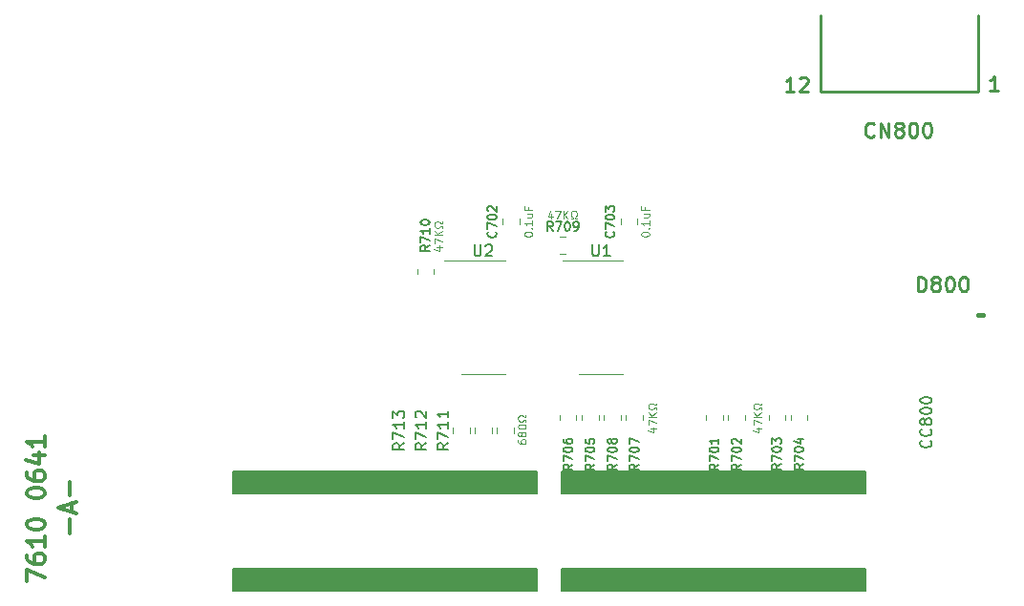
<source format=gbr>
%TF.GenerationSoftware,KiCad,Pcbnew,7.0.8*%
%TF.CreationDate,2023-11-25T20:52:03+00:00*%
%TF.ProjectId,pce-gt-controller,7063652d-6774-42d6-936f-6e74726f6c6c,rev?*%
%TF.SameCoordinates,Original*%
%TF.FileFunction,Legend,Top*%
%TF.FilePolarity,Positive*%
%FSLAX46Y46*%
G04 Gerber Fmt 4.6, Leading zero omitted, Abs format (unit mm)*
G04 Created by KiCad (PCBNEW 7.0.8) date 2023-11-25 20:52:03*
%MOMM*%
%LPD*%
G01*
G04 APERTURE LIST*
%ADD10C,0.100000*%
%ADD11C,0.150000*%
%ADD12C,0.320000*%
%ADD13C,0.260000*%
%ADD14C,0.120000*%
%ADD15C,0.250000*%
%ADD16C,0.400000*%
G04 APERTURE END LIST*
D10*
X141721966Y-68180000D02*
X142188633Y-68180000D01*
X141455300Y-68346667D02*
X141955300Y-68513333D01*
X141955300Y-68513333D02*
X141955300Y-68080000D01*
X141488633Y-67880000D02*
X141488633Y-67413333D01*
X141488633Y-67413333D02*
X142188633Y-67713333D01*
X142188633Y-67146666D02*
X141488633Y-67146666D01*
X142188633Y-66746666D02*
X141788633Y-67046666D01*
X141488633Y-66746666D02*
X141888633Y-67146666D01*
X142188633Y-66479999D02*
X142188633Y-66313333D01*
X142188633Y-66313333D02*
X142055300Y-66313333D01*
X142055300Y-66313333D02*
X142021966Y-66379999D01*
X142021966Y-66379999D02*
X141955300Y-66446666D01*
X141955300Y-66446666D02*
X141855300Y-66479999D01*
X141855300Y-66479999D02*
X141688633Y-66479999D01*
X141688633Y-66479999D02*
X141588633Y-66446666D01*
X141588633Y-66446666D02*
X141521966Y-66379999D01*
X141521966Y-66379999D02*
X141488633Y-66279999D01*
X141488633Y-66279999D02*
X141488633Y-66146666D01*
X141488633Y-66146666D02*
X141521966Y-66046666D01*
X141521966Y-66046666D02*
X141588633Y-65979999D01*
X141588633Y-65979999D02*
X141688633Y-65946666D01*
X141688633Y-65946666D02*
X141855300Y-65946666D01*
X141855300Y-65946666D02*
X141955300Y-65979999D01*
X141955300Y-65979999D02*
X142021966Y-66046666D01*
X142021966Y-66046666D02*
X142055300Y-66113333D01*
X142055300Y-66113333D02*
X142188633Y-66113333D01*
X142188633Y-66113333D02*
X142188633Y-65946666D01*
D11*
X124487545Y-72040000D02*
X151417545Y-72040000D01*
X151417545Y-73960000D01*
X124487545Y-73960000D01*
X124487545Y-72040000D01*
G36*
X124487545Y-72040000D02*
G01*
X151417545Y-72040000D01*
X151417545Y-73960000D01*
X124487545Y-73960000D01*
X124487545Y-72040000D01*
G37*
X124487545Y-80660000D02*
X151417545Y-80660000D01*
X151417545Y-82580000D01*
X124487545Y-82580000D01*
X124487545Y-80660000D01*
G36*
X124487545Y-80660000D02*
G01*
X151417545Y-80660000D01*
X151417545Y-82580000D01*
X124487545Y-82580000D01*
X124487545Y-80660000D01*
G37*
X95377545Y-80660000D02*
X122307545Y-80660000D01*
X122307545Y-82580000D01*
X95377545Y-82580000D01*
X95377545Y-80660000D01*
G36*
X95377545Y-80660000D02*
G01*
X122307545Y-80660000D01*
X122307545Y-82580000D01*
X95377545Y-82580000D01*
X95377545Y-80660000D01*
G37*
X95397545Y-72040000D02*
X122327545Y-72040000D01*
X122327545Y-73960000D01*
X95397545Y-73960000D01*
X95397545Y-72040000D01*
G36*
X95397545Y-72040000D02*
G01*
X122327545Y-72040000D01*
X122327545Y-73960000D01*
X95397545Y-73960000D01*
X95397545Y-72040000D01*
G37*
D10*
X131538633Y-50980000D02*
X131538633Y-50913333D01*
X131538633Y-50913333D02*
X131571966Y-50846666D01*
X131571966Y-50846666D02*
X131605300Y-50813333D01*
X131605300Y-50813333D02*
X131671966Y-50780000D01*
X131671966Y-50780000D02*
X131805300Y-50746666D01*
X131805300Y-50746666D02*
X131971966Y-50746666D01*
X131971966Y-50746666D02*
X132105300Y-50780000D01*
X132105300Y-50780000D02*
X132171966Y-50813333D01*
X132171966Y-50813333D02*
X132205300Y-50846666D01*
X132205300Y-50846666D02*
X132238633Y-50913333D01*
X132238633Y-50913333D02*
X132238633Y-50980000D01*
X132238633Y-50980000D02*
X132205300Y-51046666D01*
X132205300Y-51046666D02*
X132171966Y-51080000D01*
X132171966Y-51080000D02*
X132105300Y-51113333D01*
X132105300Y-51113333D02*
X131971966Y-51146666D01*
X131971966Y-51146666D02*
X131805300Y-51146666D01*
X131805300Y-51146666D02*
X131671966Y-51113333D01*
X131671966Y-51113333D02*
X131605300Y-51080000D01*
X131605300Y-51080000D02*
X131571966Y-51046666D01*
X131571966Y-51046666D02*
X131538633Y-50980000D01*
X132171966Y-50446666D02*
X132205300Y-50413333D01*
X132205300Y-50413333D02*
X132238633Y-50446666D01*
X132238633Y-50446666D02*
X132205300Y-50479999D01*
X132205300Y-50479999D02*
X132171966Y-50446666D01*
X132171966Y-50446666D02*
X132238633Y-50446666D01*
X132238633Y-49746666D02*
X132238633Y-50146666D01*
X132238633Y-49946666D02*
X131538633Y-49946666D01*
X131538633Y-49946666D02*
X131638633Y-50013333D01*
X131638633Y-50013333D02*
X131705300Y-50080000D01*
X131705300Y-50080000D02*
X131738633Y-50146666D01*
X131771966Y-49146666D02*
X132238633Y-49146666D01*
X131771966Y-49446666D02*
X132138633Y-49446666D01*
X132138633Y-49446666D02*
X132205300Y-49413333D01*
X132205300Y-49413333D02*
X132238633Y-49346666D01*
X132238633Y-49346666D02*
X132238633Y-49246666D01*
X132238633Y-49246666D02*
X132205300Y-49179999D01*
X132205300Y-49179999D02*
X132171966Y-49146666D01*
X131871966Y-48580000D02*
X131871966Y-48813333D01*
X132238633Y-48813333D02*
X131538633Y-48813333D01*
X131538633Y-48813333D02*
X131538633Y-48480000D01*
X113441966Y-52070000D02*
X113908633Y-52070000D01*
X113175300Y-52236667D02*
X113675300Y-52403333D01*
X113675300Y-52403333D02*
X113675300Y-51970000D01*
X113208633Y-51770000D02*
X113208633Y-51303333D01*
X113208633Y-51303333D02*
X113908633Y-51603333D01*
X113908633Y-51036666D02*
X113208633Y-51036666D01*
X113908633Y-50636666D02*
X113508633Y-50936666D01*
X113208633Y-50636666D02*
X113608633Y-51036666D01*
X113908633Y-50369999D02*
X113908633Y-50203333D01*
X113908633Y-50203333D02*
X113775300Y-50203333D01*
X113775300Y-50203333D02*
X113741966Y-50269999D01*
X113741966Y-50269999D02*
X113675300Y-50336666D01*
X113675300Y-50336666D02*
X113575300Y-50369999D01*
X113575300Y-50369999D02*
X113408633Y-50369999D01*
X113408633Y-50369999D02*
X113308633Y-50336666D01*
X113308633Y-50336666D02*
X113241966Y-50269999D01*
X113241966Y-50269999D02*
X113208633Y-50169999D01*
X113208633Y-50169999D02*
X113208633Y-50036666D01*
X113208633Y-50036666D02*
X113241966Y-49936666D01*
X113241966Y-49936666D02*
X113308633Y-49869999D01*
X113308633Y-49869999D02*
X113408633Y-49836666D01*
X113408633Y-49836666D02*
X113575300Y-49836666D01*
X113575300Y-49836666D02*
X113675300Y-49869999D01*
X113675300Y-49869999D02*
X113741966Y-49936666D01*
X113741966Y-49936666D02*
X113775300Y-50003333D01*
X113775300Y-50003333D02*
X113908633Y-50003333D01*
X113908633Y-50003333D02*
X113908633Y-49836666D01*
D12*
X80895571Y-77488521D02*
X80895571Y-76269474D01*
X81047952Y-75583760D02*
X81047952Y-74821855D01*
X81505095Y-75736141D02*
X79905095Y-75202807D01*
X79905095Y-75202807D02*
X81505095Y-74669474D01*
X80895571Y-74136140D02*
X80895571Y-72917093D01*
D10*
X132391966Y-68180000D02*
X132858633Y-68180000D01*
X132125300Y-68346667D02*
X132625300Y-68513333D01*
X132625300Y-68513333D02*
X132625300Y-68080000D01*
X132158633Y-67880000D02*
X132158633Y-67413333D01*
X132158633Y-67413333D02*
X132858633Y-67713333D01*
X132858633Y-67146666D02*
X132158633Y-67146666D01*
X132858633Y-66746666D02*
X132458633Y-67046666D01*
X132158633Y-66746666D02*
X132558633Y-67146666D01*
X132858633Y-66479999D02*
X132858633Y-66313333D01*
X132858633Y-66313333D02*
X132725300Y-66313333D01*
X132725300Y-66313333D02*
X132691966Y-66379999D01*
X132691966Y-66379999D02*
X132625300Y-66446666D01*
X132625300Y-66446666D02*
X132525300Y-66479999D01*
X132525300Y-66479999D02*
X132358633Y-66479999D01*
X132358633Y-66479999D02*
X132258633Y-66446666D01*
X132258633Y-66446666D02*
X132191966Y-66379999D01*
X132191966Y-66379999D02*
X132158633Y-66279999D01*
X132158633Y-66279999D02*
X132158633Y-66146666D01*
X132158633Y-66146666D02*
X132191966Y-66046666D01*
X132191966Y-66046666D02*
X132258633Y-65979999D01*
X132258633Y-65979999D02*
X132358633Y-65946666D01*
X132358633Y-65946666D02*
X132525300Y-65946666D01*
X132525300Y-65946666D02*
X132625300Y-65979999D01*
X132625300Y-65979999D02*
X132691966Y-66046666D01*
X132691966Y-66046666D02*
X132725300Y-66113333D01*
X132725300Y-66113333D02*
X132858633Y-66113333D01*
X132858633Y-66113333D02*
X132858633Y-65946666D01*
X121178633Y-50980000D02*
X121178633Y-50913333D01*
X121178633Y-50913333D02*
X121211966Y-50846666D01*
X121211966Y-50846666D02*
X121245300Y-50813333D01*
X121245300Y-50813333D02*
X121311966Y-50780000D01*
X121311966Y-50780000D02*
X121445300Y-50746666D01*
X121445300Y-50746666D02*
X121611966Y-50746666D01*
X121611966Y-50746666D02*
X121745300Y-50780000D01*
X121745300Y-50780000D02*
X121811966Y-50813333D01*
X121811966Y-50813333D02*
X121845300Y-50846666D01*
X121845300Y-50846666D02*
X121878633Y-50913333D01*
X121878633Y-50913333D02*
X121878633Y-50980000D01*
X121878633Y-50980000D02*
X121845300Y-51046666D01*
X121845300Y-51046666D02*
X121811966Y-51080000D01*
X121811966Y-51080000D02*
X121745300Y-51113333D01*
X121745300Y-51113333D02*
X121611966Y-51146666D01*
X121611966Y-51146666D02*
X121445300Y-51146666D01*
X121445300Y-51146666D02*
X121311966Y-51113333D01*
X121311966Y-51113333D02*
X121245300Y-51080000D01*
X121245300Y-51080000D02*
X121211966Y-51046666D01*
X121211966Y-51046666D02*
X121178633Y-50980000D01*
X121811966Y-50446666D02*
X121845300Y-50413333D01*
X121845300Y-50413333D02*
X121878633Y-50446666D01*
X121878633Y-50446666D02*
X121845300Y-50479999D01*
X121845300Y-50479999D02*
X121811966Y-50446666D01*
X121811966Y-50446666D02*
X121878633Y-50446666D01*
X121878633Y-49746666D02*
X121878633Y-50146666D01*
X121878633Y-49946666D02*
X121178633Y-49946666D01*
X121178633Y-49946666D02*
X121278633Y-50013333D01*
X121278633Y-50013333D02*
X121345300Y-50080000D01*
X121345300Y-50080000D02*
X121378633Y-50146666D01*
X121411966Y-49146666D02*
X121878633Y-49146666D01*
X121411966Y-49446666D02*
X121778633Y-49446666D01*
X121778633Y-49446666D02*
X121845300Y-49413333D01*
X121845300Y-49413333D02*
X121878633Y-49346666D01*
X121878633Y-49346666D02*
X121878633Y-49246666D01*
X121878633Y-49246666D02*
X121845300Y-49179999D01*
X121845300Y-49179999D02*
X121811966Y-49146666D01*
X121511966Y-48580000D02*
X121511966Y-48813333D01*
X121878633Y-48813333D02*
X121178633Y-48813333D01*
X121178633Y-48813333D02*
X121178633Y-48480000D01*
D12*
X77105095Y-81770902D02*
X77105095Y-80704235D01*
X77105095Y-80704235D02*
X78705095Y-81389950D01*
X77105095Y-79408997D02*
X77105095Y-79713759D01*
X77105095Y-79713759D02*
X77181285Y-79866140D01*
X77181285Y-79866140D02*
X77257476Y-79942330D01*
X77257476Y-79942330D02*
X77486047Y-80094711D01*
X77486047Y-80094711D02*
X77790809Y-80170902D01*
X77790809Y-80170902D02*
X78400333Y-80170902D01*
X78400333Y-80170902D02*
X78552714Y-80094711D01*
X78552714Y-80094711D02*
X78628905Y-80018521D01*
X78628905Y-80018521D02*
X78705095Y-79866140D01*
X78705095Y-79866140D02*
X78705095Y-79561378D01*
X78705095Y-79561378D02*
X78628905Y-79408997D01*
X78628905Y-79408997D02*
X78552714Y-79332806D01*
X78552714Y-79332806D02*
X78400333Y-79256616D01*
X78400333Y-79256616D02*
X78019381Y-79256616D01*
X78019381Y-79256616D02*
X77867000Y-79332806D01*
X77867000Y-79332806D02*
X77790809Y-79408997D01*
X77790809Y-79408997D02*
X77714619Y-79561378D01*
X77714619Y-79561378D02*
X77714619Y-79866140D01*
X77714619Y-79866140D02*
X77790809Y-80018521D01*
X77790809Y-80018521D02*
X77867000Y-80094711D01*
X77867000Y-80094711D02*
X78019381Y-80170902D01*
X78705095Y-77732806D02*
X78705095Y-78647092D01*
X78705095Y-78189949D02*
X77105095Y-78189949D01*
X77105095Y-78189949D02*
X77333666Y-78342330D01*
X77333666Y-78342330D02*
X77486047Y-78494711D01*
X77486047Y-78494711D02*
X77562238Y-78647092D01*
X77105095Y-76742329D02*
X77105095Y-76589948D01*
X77105095Y-76589948D02*
X77181285Y-76437567D01*
X77181285Y-76437567D02*
X77257476Y-76361377D01*
X77257476Y-76361377D02*
X77409857Y-76285186D01*
X77409857Y-76285186D02*
X77714619Y-76208996D01*
X77714619Y-76208996D02*
X78095571Y-76208996D01*
X78095571Y-76208996D02*
X78400333Y-76285186D01*
X78400333Y-76285186D02*
X78552714Y-76361377D01*
X78552714Y-76361377D02*
X78628905Y-76437567D01*
X78628905Y-76437567D02*
X78705095Y-76589948D01*
X78705095Y-76589948D02*
X78705095Y-76742329D01*
X78705095Y-76742329D02*
X78628905Y-76894710D01*
X78628905Y-76894710D02*
X78552714Y-76970901D01*
X78552714Y-76970901D02*
X78400333Y-77047091D01*
X78400333Y-77047091D02*
X78095571Y-77123282D01*
X78095571Y-77123282D02*
X77714619Y-77123282D01*
X77714619Y-77123282D02*
X77409857Y-77047091D01*
X77409857Y-77047091D02*
X77257476Y-76970901D01*
X77257476Y-76970901D02*
X77181285Y-76894710D01*
X77181285Y-76894710D02*
X77105095Y-76742329D01*
X77105095Y-73999471D02*
X77105095Y-73847090D01*
X77105095Y-73847090D02*
X77181285Y-73694709D01*
X77181285Y-73694709D02*
X77257476Y-73618519D01*
X77257476Y-73618519D02*
X77409857Y-73542328D01*
X77409857Y-73542328D02*
X77714619Y-73466138D01*
X77714619Y-73466138D02*
X78095571Y-73466138D01*
X78095571Y-73466138D02*
X78400333Y-73542328D01*
X78400333Y-73542328D02*
X78552714Y-73618519D01*
X78552714Y-73618519D02*
X78628905Y-73694709D01*
X78628905Y-73694709D02*
X78705095Y-73847090D01*
X78705095Y-73847090D02*
X78705095Y-73999471D01*
X78705095Y-73999471D02*
X78628905Y-74151852D01*
X78628905Y-74151852D02*
X78552714Y-74228043D01*
X78552714Y-74228043D02*
X78400333Y-74304233D01*
X78400333Y-74304233D02*
X78095571Y-74380424D01*
X78095571Y-74380424D02*
X77714619Y-74380424D01*
X77714619Y-74380424D02*
X77409857Y-74304233D01*
X77409857Y-74304233D02*
X77257476Y-74228043D01*
X77257476Y-74228043D02*
X77181285Y-74151852D01*
X77181285Y-74151852D02*
X77105095Y-73999471D01*
X77105095Y-72094709D02*
X77105095Y-72399471D01*
X77105095Y-72399471D02*
X77181285Y-72551852D01*
X77181285Y-72551852D02*
X77257476Y-72628042D01*
X77257476Y-72628042D02*
X77486047Y-72780423D01*
X77486047Y-72780423D02*
X77790809Y-72856614D01*
X77790809Y-72856614D02*
X78400333Y-72856614D01*
X78400333Y-72856614D02*
X78552714Y-72780423D01*
X78552714Y-72780423D02*
X78628905Y-72704233D01*
X78628905Y-72704233D02*
X78705095Y-72551852D01*
X78705095Y-72551852D02*
X78705095Y-72247090D01*
X78705095Y-72247090D02*
X78628905Y-72094709D01*
X78628905Y-72094709D02*
X78552714Y-72018518D01*
X78552714Y-72018518D02*
X78400333Y-71942328D01*
X78400333Y-71942328D02*
X78019381Y-71942328D01*
X78019381Y-71942328D02*
X77867000Y-72018518D01*
X77867000Y-72018518D02*
X77790809Y-72094709D01*
X77790809Y-72094709D02*
X77714619Y-72247090D01*
X77714619Y-72247090D02*
X77714619Y-72551852D01*
X77714619Y-72551852D02*
X77790809Y-72704233D01*
X77790809Y-72704233D02*
X77867000Y-72780423D01*
X77867000Y-72780423D02*
X78019381Y-72856614D01*
X77638428Y-70570899D02*
X78705095Y-70570899D01*
X77028905Y-70951851D02*
X78171762Y-71332804D01*
X78171762Y-71332804D02*
X78171762Y-70342327D01*
X78705095Y-68894708D02*
X78705095Y-69808994D01*
X78705095Y-69351851D02*
X77105095Y-69351851D01*
X77105095Y-69351851D02*
X77333666Y-69504232D01*
X77333666Y-69504232D02*
X77486047Y-69656613D01*
X77486047Y-69656613D02*
X77562238Y-69808994D01*
D10*
X120608633Y-69223333D02*
X120608633Y-69356666D01*
X120608633Y-69356666D02*
X120641966Y-69423333D01*
X120641966Y-69423333D02*
X120675300Y-69456666D01*
X120675300Y-69456666D02*
X120775300Y-69523333D01*
X120775300Y-69523333D02*
X120908633Y-69556666D01*
X120908633Y-69556666D02*
X121175300Y-69556666D01*
X121175300Y-69556666D02*
X121241966Y-69523333D01*
X121241966Y-69523333D02*
X121275300Y-69490000D01*
X121275300Y-69490000D02*
X121308633Y-69423333D01*
X121308633Y-69423333D02*
X121308633Y-69290000D01*
X121308633Y-69290000D02*
X121275300Y-69223333D01*
X121275300Y-69223333D02*
X121241966Y-69190000D01*
X121241966Y-69190000D02*
X121175300Y-69156666D01*
X121175300Y-69156666D02*
X121008633Y-69156666D01*
X121008633Y-69156666D02*
X120941966Y-69190000D01*
X120941966Y-69190000D02*
X120908633Y-69223333D01*
X120908633Y-69223333D02*
X120875300Y-69290000D01*
X120875300Y-69290000D02*
X120875300Y-69423333D01*
X120875300Y-69423333D02*
X120908633Y-69490000D01*
X120908633Y-69490000D02*
X120941966Y-69523333D01*
X120941966Y-69523333D02*
X121008633Y-69556666D01*
X120908633Y-68756666D02*
X120875300Y-68823333D01*
X120875300Y-68823333D02*
X120841966Y-68856666D01*
X120841966Y-68856666D02*
X120775300Y-68889999D01*
X120775300Y-68889999D02*
X120741966Y-68889999D01*
X120741966Y-68889999D02*
X120675300Y-68856666D01*
X120675300Y-68856666D02*
X120641966Y-68823333D01*
X120641966Y-68823333D02*
X120608633Y-68756666D01*
X120608633Y-68756666D02*
X120608633Y-68623333D01*
X120608633Y-68623333D02*
X120641966Y-68556666D01*
X120641966Y-68556666D02*
X120675300Y-68523333D01*
X120675300Y-68523333D02*
X120741966Y-68489999D01*
X120741966Y-68489999D02*
X120775300Y-68489999D01*
X120775300Y-68489999D02*
X120841966Y-68523333D01*
X120841966Y-68523333D02*
X120875300Y-68556666D01*
X120875300Y-68556666D02*
X120908633Y-68623333D01*
X120908633Y-68623333D02*
X120908633Y-68756666D01*
X120908633Y-68756666D02*
X120941966Y-68823333D01*
X120941966Y-68823333D02*
X120975300Y-68856666D01*
X120975300Y-68856666D02*
X121041966Y-68889999D01*
X121041966Y-68889999D02*
X121175300Y-68889999D01*
X121175300Y-68889999D02*
X121241966Y-68856666D01*
X121241966Y-68856666D02*
X121275300Y-68823333D01*
X121275300Y-68823333D02*
X121308633Y-68756666D01*
X121308633Y-68756666D02*
X121308633Y-68623333D01*
X121308633Y-68623333D02*
X121275300Y-68556666D01*
X121275300Y-68556666D02*
X121241966Y-68523333D01*
X121241966Y-68523333D02*
X121175300Y-68489999D01*
X121175300Y-68489999D02*
X121041966Y-68489999D01*
X121041966Y-68489999D02*
X120975300Y-68523333D01*
X120975300Y-68523333D02*
X120941966Y-68556666D01*
X120941966Y-68556666D02*
X120908633Y-68623333D01*
X120608633Y-68056666D02*
X120608633Y-67989999D01*
X120608633Y-67989999D02*
X120641966Y-67923332D01*
X120641966Y-67923332D02*
X120675300Y-67889999D01*
X120675300Y-67889999D02*
X120741966Y-67856666D01*
X120741966Y-67856666D02*
X120875300Y-67823332D01*
X120875300Y-67823332D02*
X121041966Y-67823332D01*
X121041966Y-67823332D02*
X121175300Y-67856666D01*
X121175300Y-67856666D02*
X121241966Y-67889999D01*
X121241966Y-67889999D02*
X121275300Y-67923332D01*
X121275300Y-67923332D02*
X121308633Y-67989999D01*
X121308633Y-67989999D02*
X121308633Y-68056666D01*
X121308633Y-68056666D02*
X121275300Y-68123332D01*
X121275300Y-68123332D02*
X121241966Y-68156666D01*
X121241966Y-68156666D02*
X121175300Y-68189999D01*
X121175300Y-68189999D02*
X121041966Y-68223332D01*
X121041966Y-68223332D02*
X120875300Y-68223332D01*
X120875300Y-68223332D02*
X120741966Y-68189999D01*
X120741966Y-68189999D02*
X120675300Y-68156666D01*
X120675300Y-68156666D02*
X120641966Y-68123332D01*
X120641966Y-68123332D02*
X120608633Y-68056666D01*
X121308633Y-67556665D02*
X121308633Y-67389999D01*
X121308633Y-67389999D02*
X121175300Y-67389999D01*
X121175300Y-67389999D02*
X121141966Y-67456665D01*
X121141966Y-67456665D02*
X121075300Y-67523332D01*
X121075300Y-67523332D02*
X120975300Y-67556665D01*
X120975300Y-67556665D02*
X120808633Y-67556665D01*
X120808633Y-67556665D02*
X120708633Y-67523332D01*
X120708633Y-67523332D02*
X120641966Y-67456665D01*
X120641966Y-67456665D02*
X120608633Y-67356665D01*
X120608633Y-67356665D02*
X120608633Y-67223332D01*
X120608633Y-67223332D02*
X120641966Y-67123332D01*
X120641966Y-67123332D02*
X120708633Y-67056665D01*
X120708633Y-67056665D02*
X120808633Y-67023332D01*
X120808633Y-67023332D02*
X120975300Y-67023332D01*
X120975300Y-67023332D02*
X121075300Y-67056665D01*
X121075300Y-67056665D02*
X121141966Y-67123332D01*
X121141966Y-67123332D02*
X121175300Y-67189999D01*
X121175300Y-67189999D02*
X121308633Y-67189999D01*
X121308633Y-67189999D02*
X121308633Y-67023332D01*
X123599999Y-49121966D02*
X123599999Y-49588633D01*
X123433333Y-48855300D02*
X123266666Y-49355300D01*
X123266666Y-49355300D02*
X123699999Y-49355300D01*
X123900000Y-48888633D02*
X124366666Y-48888633D01*
X124366666Y-48888633D02*
X124066666Y-49588633D01*
X124633333Y-49588633D02*
X124633333Y-48888633D01*
X125033333Y-49588633D02*
X124733333Y-49188633D01*
X125033333Y-48888633D02*
X124633333Y-49288633D01*
X125300000Y-49588633D02*
X125466667Y-49588633D01*
X125466667Y-49588633D02*
X125466667Y-49455300D01*
X125466667Y-49455300D02*
X125400000Y-49421966D01*
X125400000Y-49421966D02*
X125333333Y-49355300D01*
X125333333Y-49355300D02*
X125300000Y-49255300D01*
X125300000Y-49255300D02*
X125300000Y-49088633D01*
X125300000Y-49088633D02*
X125333333Y-48988633D01*
X125333333Y-48988633D02*
X125400000Y-48921966D01*
X125400000Y-48921966D02*
X125500000Y-48888633D01*
X125500000Y-48888633D02*
X125633333Y-48888633D01*
X125633333Y-48888633D02*
X125733333Y-48921966D01*
X125733333Y-48921966D02*
X125800000Y-48988633D01*
X125800000Y-48988633D02*
X125833333Y-49088633D01*
X125833333Y-49088633D02*
X125833333Y-49255300D01*
X125833333Y-49255300D02*
X125800000Y-49355300D01*
X125800000Y-49355300D02*
X125733333Y-49421966D01*
X125733333Y-49421966D02*
X125666667Y-49455300D01*
X125666667Y-49455300D02*
X125666667Y-49588633D01*
X125666667Y-49588633D02*
X125833333Y-49588633D01*
D11*
X110544819Y-69489047D02*
X110068628Y-69822380D01*
X110544819Y-70060475D02*
X109544819Y-70060475D01*
X109544819Y-70060475D02*
X109544819Y-69679523D01*
X109544819Y-69679523D02*
X109592438Y-69584285D01*
X109592438Y-69584285D02*
X109640057Y-69536666D01*
X109640057Y-69536666D02*
X109735295Y-69489047D01*
X109735295Y-69489047D02*
X109878152Y-69489047D01*
X109878152Y-69489047D02*
X109973390Y-69536666D01*
X109973390Y-69536666D02*
X110021009Y-69584285D01*
X110021009Y-69584285D02*
X110068628Y-69679523D01*
X110068628Y-69679523D02*
X110068628Y-70060475D01*
X109544819Y-69155713D02*
X109544819Y-68489047D01*
X109544819Y-68489047D02*
X110544819Y-68917618D01*
X110544819Y-67584285D02*
X110544819Y-68155713D01*
X110544819Y-67869999D02*
X109544819Y-67869999D01*
X109544819Y-67869999D02*
X109687676Y-67965237D01*
X109687676Y-67965237D02*
X109782914Y-68060475D01*
X109782914Y-68060475D02*
X109830533Y-68155713D01*
X109544819Y-67250951D02*
X109544819Y-66631904D01*
X109544819Y-66631904D02*
X109925771Y-66965237D01*
X109925771Y-66965237D02*
X109925771Y-66822380D01*
X109925771Y-66822380D02*
X109973390Y-66727142D01*
X109973390Y-66727142D02*
X110021009Y-66679523D01*
X110021009Y-66679523D02*
X110116247Y-66631904D01*
X110116247Y-66631904D02*
X110354342Y-66631904D01*
X110354342Y-66631904D02*
X110449580Y-66679523D01*
X110449580Y-66679523D02*
X110497200Y-66727142D01*
X110497200Y-66727142D02*
X110544819Y-66822380D01*
X110544819Y-66822380D02*
X110544819Y-67108094D01*
X110544819Y-67108094D02*
X110497200Y-67203332D01*
X110497200Y-67203332D02*
X110449580Y-67250951D01*
X112494819Y-69489047D02*
X112018628Y-69822380D01*
X112494819Y-70060475D02*
X111494819Y-70060475D01*
X111494819Y-70060475D02*
X111494819Y-69679523D01*
X111494819Y-69679523D02*
X111542438Y-69584285D01*
X111542438Y-69584285D02*
X111590057Y-69536666D01*
X111590057Y-69536666D02*
X111685295Y-69489047D01*
X111685295Y-69489047D02*
X111828152Y-69489047D01*
X111828152Y-69489047D02*
X111923390Y-69536666D01*
X111923390Y-69536666D02*
X111971009Y-69584285D01*
X111971009Y-69584285D02*
X112018628Y-69679523D01*
X112018628Y-69679523D02*
X112018628Y-70060475D01*
X111494819Y-69155713D02*
X111494819Y-68489047D01*
X111494819Y-68489047D02*
X112494819Y-68917618D01*
X112494819Y-67584285D02*
X112494819Y-68155713D01*
X112494819Y-67869999D02*
X111494819Y-67869999D01*
X111494819Y-67869999D02*
X111637676Y-67965237D01*
X111637676Y-67965237D02*
X111732914Y-68060475D01*
X111732914Y-68060475D02*
X111780533Y-68155713D01*
X111590057Y-67203332D02*
X111542438Y-67155713D01*
X111542438Y-67155713D02*
X111494819Y-67060475D01*
X111494819Y-67060475D02*
X111494819Y-66822380D01*
X111494819Y-66822380D02*
X111542438Y-66727142D01*
X111542438Y-66727142D02*
X111590057Y-66679523D01*
X111590057Y-66679523D02*
X111685295Y-66631904D01*
X111685295Y-66631904D02*
X111780533Y-66631904D01*
X111780533Y-66631904D02*
X111923390Y-66679523D01*
X111923390Y-66679523D02*
X112494819Y-67250951D01*
X112494819Y-67250951D02*
X112494819Y-66631904D01*
X114444819Y-69489047D02*
X113968628Y-69822380D01*
X114444819Y-70060475D02*
X113444819Y-70060475D01*
X113444819Y-70060475D02*
X113444819Y-69679523D01*
X113444819Y-69679523D02*
X113492438Y-69584285D01*
X113492438Y-69584285D02*
X113540057Y-69536666D01*
X113540057Y-69536666D02*
X113635295Y-69489047D01*
X113635295Y-69489047D02*
X113778152Y-69489047D01*
X113778152Y-69489047D02*
X113873390Y-69536666D01*
X113873390Y-69536666D02*
X113921009Y-69584285D01*
X113921009Y-69584285D02*
X113968628Y-69679523D01*
X113968628Y-69679523D02*
X113968628Y-70060475D01*
X113444819Y-69155713D02*
X113444819Y-68489047D01*
X113444819Y-68489047D02*
X114444819Y-68917618D01*
X114444819Y-67584285D02*
X114444819Y-68155713D01*
X114444819Y-67869999D02*
X113444819Y-67869999D01*
X113444819Y-67869999D02*
X113587676Y-67965237D01*
X113587676Y-67965237D02*
X113682914Y-68060475D01*
X113682914Y-68060475D02*
X113730533Y-68155713D01*
X114444819Y-66631904D02*
X114444819Y-67203332D01*
X114444819Y-66917618D02*
X113444819Y-66917618D01*
X113444819Y-66917618D02*
X113587676Y-67012856D01*
X113587676Y-67012856D02*
X113682914Y-67108094D01*
X113682914Y-67108094D02*
X113730533Y-67203332D01*
X112802295Y-51945237D02*
X112421342Y-52211904D01*
X112802295Y-52402380D02*
X112002295Y-52402380D01*
X112002295Y-52402380D02*
X112002295Y-52097618D01*
X112002295Y-52097618D02*
X112040390Y-52021428D01*
X112040390Y-52021428D02*
X112078485Y-51983333D01*
X112078485Y-51983333D02*
X112154676Y-51945237D01*
X112154676Y-51945237D02*
X112268961Y-51945237D01*
X112268961Y-51945237D02*
X112345152Y-51983333D01*
X112345152Y-51983333D02*
X112383247Y-52021428D01*
X112383247Y-52021428D02*
X112421342Y-52097618D01*
X112421342Y-52097618D02*
X112421342Y-52402380D01*
X112002295Y-51678571D02*
X112002295Y-51145237D01*
X112002295Y-51145237D02*
X112802295Y-51488095D01*
X112802295Y-50421428D02*
X112802295Y-50878571D01*
X112802295Y-50649999D02*
X112002295Y-50649999D01*
X112002295Y-50649999D02*
X112116580Y-50726190D01*
X112116580Y-50726190D02*
X112192771Y-50802380D01*
X112192771Y-50802380D02*
X112230866Y-50878571D01*
X112002295Y-49926189D02*
X112002295Y-49849999D01*
X112002295Y-49849999D02*
X112040390Y-49773808D01*
X112040390Y-49773808D02*
X112078485Y-49735713D01*
X112078485Y-49735713D02*
X112154676Y-49697618D01*
X112154676Y-49697618D02*
X112307057Y-49659523D01*
X112307057Y-49659523D02*
X112497533Y-49659523D01*
X112497533Y-49659523D02*
X112649914Y-49697618D01*
X112649914Y-49697618D02*
X112726104Y-49735713D01*
X112726104Y-49735713D02*
X112764200Y-49773808D01*
X112764200Y-49773808D02*
X112802295Y-49849999D01*
X112802295Y-49849999D02*
X112802295Y-49926189D01*
X112802295Y-49926189D02*
X112764200Y-50002380D01*
X112764200Y-50002380D02*
X112726104Y-50040475D01*
X112726104Y-50040475D02*
X112649914Y-50078570D01*
X112649914Y-50078570D02*
X112497533Y-50116666D01*
X112497533Y-50116666D02*
X112307057Y-50116666D01*
X112307057Y-50116666D02*
X112154676Y-50078570D01*
X112154676Y-50078570D02*
X112078485Y-50040475D01*
X112078485Y-50040475D02*
X112040390Y-50002380D01*
X112040390Y-50002380D02*
X112002295Y-49926189D01*
X123692262Y-50652295D02*
X123425595Y-50271342D01*
X123235119Y-50652295D02*
X123235119Y-49852295D01*
X123235119Y-49852295D02*
X123539881Y-49852295D01*
X123539881Y-49852295D02*
X123616071Y-49890390D01*
X123616071Y-49890390D02*
X123654166Y-49928485D01*
X123654166Y-49928485D02*
X123692262Y-50004676D01*
X123692262Y-50004676D02*
X123692262Y-50118961D01*
X123692262Y-50118961D02*
X123654166Y-50195152D01*
X123654166Y-50195152D02*
X123616071Y-50233247D01*
X123616071Y-50233247D02*
X123539881Y-50271342D01*
X123539881Y-50271342D02*
X123235119Y-50271342D01*
X123958928Y-49852295D02*
X124492262Y-49852295D01*
X124492262Y-49852295D02*
X124149404Y-50652295D01*
X124949405Y-49852295D02*
X125025595Y-49852295D01*
X125025595Y-49852295D02*
X125101786Y-49890390D01*
X125101786Y-49890390D02*
X125139881Y-49928485D01*
X125139881Y-49928485D02*
X125177976Y-50004676D01*
X125177976Y-50004676D02*
X125216071Y-50157057D01*
X125216071Y-50157057D02*
X125216071Y-50347533D01*
X125216071Y-50347533D02*
X125177976Y-50499914D01*
X125177976Y-50499914D02*
X125139881Y-50576104D01*
X125139881Y-50576104D02*
X125101786Y-50614200D01*
X125101786Y-50614200D02*
X125025595Y-50652295D01*
X125025595Y-50652295D02*
X124949405Y-50652295D01*
X124949405Y-50652295D02*
X124873214Y-50614200D01*
X124873214Y-50614200D02*
X124835119Y-50576104D01*
X124835119Y-50576104D02*
X124797024Y-50499914D01*
X124797024Y-50499914D02*
X124758928Y-50347533D01*
X124758928Y-50347533D02*
X124758928Y-50157057D01*
X124758928Y-50157057D02*
X124797024Y-50004676D01*
X124797024Y-50004676D02*
X124835119Y-49928485D01*
X124835119Y-49928485D02*
X124873214Y-49890390D01*
X124873214Y-49890390D02*
X124949405Y-49852295D01*
X125597024Y-50652295D02*
X125749405Y-50652295D01*
X125749405Y-50652295D02*
X125825595Y-50614200D01*
X125825595Y-50614200D02*
X125863691Y-50576104D01*
X125863691Y-50576104D02*
X125939881Y-50461819D01*
X125939881Y-50461819D02*
X125977976Y-50309438D01*
X125977976Y-50309438D02*
X125977976Y-50004676D01*
X125977976Y-50004676D02*
X125939881Y-49928485D01*
X125939881Y-49928485D02*
X125901786Y-49890390D01*
X125901786Y-49890390D02*
X125825595Y-49852295D01*
X125825595Y-49852295D02*
X125673214Y-49852295D01*
X125673214Y-49852295D02*
X125597024Y-49890390D01*
X125597024Y-49890390D02*
X125558929Y-49928485D01*
X125558929Y-49928485D02*
X125520833Y-50004676D01*
X125520833Y-50004676D02*
X125520833Y-50195152D01*
X125520833Y-50195152D02*
X125558929Y-50271342D01*
X125558929Y-50271342D02*
X125597024Y-50309438D01*
X125597024Y-50309438D02*
X125673214Y-50347533D01*
X125673214Y-50347533D02*
X125825595Y-50347533D01*
X125825595Y-50347533D02*
X125901786Y-50309438D01*
X125901786Y-50309438D02*
X125939881Y-50271342D01*
X125939881Y-50271342D02*
X125977976Y-50195152D01*
X129362295Y-71365237D02*
X128981342Y-71631904D01*
X129362295Y-71822380D02*
X128562295Y-71822380D01*
X128562295Y-71822380D02*
X128562295Y-71517618D01*
X128562295Y-71517618D02*
X128600390Y-71441428D01*
X128600390Y-71441428D02*
X128638485Y-71403333D01*
X128638485Y-71403333D02*
X128714676Y-71365237D01*
X128714676Y-71365237D02*
X128828961Y-71365237D01*
X128828961Y-71365237D02*
X128905152Y-71403333D01*
X128905152Y-71403333D02*
X128943247Y-71441428D01*
X128943247Y-71441428D02*
X128981342Y-71517618D01*
X128981342Y-71517618D02*
X128981342Y-71822380D01*
X128562295Y-71098571D02*
X128562295Y-70565237D01*
X128562295Y-70565237D02*
X129362295Y-70908095D01*
X128562295Y-70108094D02*
X128562295Y-70031904D01*
X128562295Y-70031904D02*
X128600390Y-69955713D01*
X128600390Y-69955713D02*
X128638485Y-69917618D01*
X128638485Y-69917618D02*
X128714676Y-69879523D01*
X128714676Y-69879523D02*
X128867057Y-69841428D01*
X128867057Y-69841428D02*
X129057533Y-69841428D01*
X129057533Y-69841428D02*
X129209914Y-69879523D01*
X129209914Y-69879523D02*
X129286104Y-69917618D01*
X129286104Y-69917618D02*
X129324200Y-69955713D01*
X129324200Y-69955713D02*
X129362295Y-70031904D01*
X129362295Y-70031904D02*
X129362295Y-70108094D01*
X129362295Y-70108094D02*
X129324200Y-70184285D01*
X129324200Y-70184285D02*
X129286104Y-70222380D01*
X129286104Y-70222380D02*
X129209914Y-70260475D01*
X129209914Y-70260475D02*
X129057533Y-70298571D01*
X129057533Y-70298571D02*
X128867057Y-70298571D01*
X128867057Y-70298571D02*
X128714676Y-70260475D01*
X128714676Y-70260475D02*
X128638485Y-70222380D01*
X128638485Y-70222380D02*
X128600390Y-70184285D01*
X128600390Y-70184285D02*
X128562295Y-70108094D01*
X128905152Y-69384285D02*
X128867057Y-69460475D01*
X128867057Y-69460475D02*
X128828961Y-69498570D01*
X128828961Y-69498570D02*
X128752771Y-69536666D01*
X128752771Y-69536666D02*
X128714676Y-69536666D01*
X128714676Y-69536666D02*
X128638485Y-69498570D01*
X128638485Y-69498570D02*
X128600390Y-69460475D01*
X128600390Y-69460475D02*
X128562295Y-69384285D01*
X128562295Y-69384285D02*
X128562295Y-69231904D01*
X128562295Y-69231904D02*
X128600390Y-69155713D01*
X128600390Y-69155713D02*
X128638485Y-69117618D01*
X128638485Y-69117618D02*
X128714676Y-69079523D01*
X128714676Y-69079523D02*
X128752771Y-69079523D01*
X128752771Y-69079523D02*
X128828961Y-69117618D01*
X128828961Y-69117618D02*
X128867057Y-69155713D01*
X128867057Y-69155713D02*
X128905152Y-69231904D01*
X128905152Y-69231904D02*
X128905152Y-69384285D01*
X128905152Y-69384285D02*
X128943247Y-69460475D01*
X128943247Y-69460475D02*
X128981342Y-69498570D01*
X128981342Y-69498570D02*
X129057533Y-69536666D01*
X129057533Y-69536666D02*
X129209914Y-69536666D01*
X129209914Y-69536666D02*
X129286104Y-69498570D01*
X129286104Y-69498570D02*
X129324200Y-69460475D01*
X129324200Y-69460475D02*
X129362295Y-69384285D01*
X129362295Y-69384285D02*
X129362295Y-69231904D01*
X129362295Y-69231904D02*
X129324200Y-69155713D01*
X129324200Y-69155713D02*
X129286104Y-69117618D01*
X129286104Y-69117618D02*
X129209914Y-69079523D01*
X129209914Y-69079523D02*
X129057533Y-69079523D01*
X129057533Y-69079523D02*
X128981342Y-69117618D01*
X128981342Y-69117618D02*
X128943247Y-69155713D01*
X128943247Y-69155713D02*
X128905152Y-69231904D01*
X131322295Y-71365237D02*
X130941342Y-71631904D01*
X131322295Y-71822380D02*
X130522295Y-71822380D01*
X130522295Y-71822380D02*
X130522295Y-71517618D01*
X130522295Y-71517618D02*
X130560390Y-71441428D01*
X130560390Y-71441428D02*
X130598485Y-71403333D01*
X130598485Y-71403333D02*
X130674676Y-71365237D01*
X130674676Y-71365237D02*
X130788961Y-71365237D01*
X130788961Y-71365237D02*
X130865152Y-71403333D01*
X130865152Y-71403333D02*
X130903247Y-71441428D01*
X130903247Y-71441428D02*
X130941342Y-71517618D01*
X130941342Y-71517618D02*
X130941342Y-71822380D01*
X130522295Y-71098571D02*
X130522295Y-70565237D01*
X130522295Y-70565237D02*
X131322295Y-70908095D01*
X130522295Y-70108094D02*
X130522295Y-70031904D01*
X130522295Y-70031904D02*
X130560390Y-69955713D01*
X130560390Y-69955713D02*
X130598485Y-69917618D01*
X130598485Y-69917618D02*
X130674676Y-69879523D01*
X130674676Y-69879523D02*
X130827057Y-69841428D01*
X130827057Y-69841428D02*
X131017533Y-69841428D01*
X131017533Y-69841428D02*
X131169914Y-69879523D01*
X131169914Y-69879523D02*
X131246104Y-69917618D01*
X131246104Y-69917618D02*
X131284200Y-69955713D01*
X131284200Y-69955713D02*
X131322295Y-70031904D01*
X131322295Y-70031904D02*
X131322295Y-70108094D01*
X131322295Y-70108094D02*
X131284200Y-70184285D01*
X131284200Y-70184285D02*
X131246104Y-70222380D01*
X131246104Y-70222380D02*
X131169914Y-70260475D01*
X131169914Y-70260475D02*
X131017533Y-70298571D01*
X131017533Y-70298571D02*
X130827057Y-70298571D01*
X130827057Y-70298571D02*
X130674676Y-70260475D01*
X130674676Y-70260475D02*
X130598485Y-70222380D01*
X130598485Y-70222380D02*
X130560390Y-70184285D01*
X130560390Y-70184285D02*
X130522295Y-70108094D01*
X130522295Y-69574761D02*
X130522295Y-69041427D01*
X130522295Y-69041427D02*
X131322295Y-69384285D01*
X125442295Y-71365237D02*
X125061342Y-71631904D01*
X125442295Y-71822380D02*
X124642295Y-71822380D01*
X124642295Y-71822380D02*
X124642295Y-71517618D01*
X124642295Y-71517618D02*
X124680390Y-71441428D01*
X124680390Y-71441428D02*
X124718485Y-71403333D01*
X124718485Y-71403333D02*
X124794676Y-71365237D01*
X124794676Y-71365237D02*
X124908961Y-71365237D01*
X124908961Y-71365237D02*
X124985152Y-71403333D01*
X124985152Y-71403333D02*
X125023247Y-71441428D01*
X125023247Y-71441428D02*
X125061342Y-71517618D01*
X125061342Y-71517618D02*
X125061342Y-71822380D01*
X124642295Y-71098571D02*
X124642295Y-70565237D01*
X124642295Y-70565237D02*
X125442295Y-70908095D01*
X124642295Y-70108094D02*
X124642295Y-70031904D01*
X124642295Y-70031904D02*
X124680390Y-69955713D01*
X124680390Y-69955713D02*
X124718485Y-69917618D01*
X124718485Y-69917618D02*
X124794676Y-69879523D01*
X124794676Y-69879523D02*
X124947057Y-69841428D01*
X124947057Y-69841428D02*
X125137533Y-69841428D01*
X125137533Y-69841428D02*
X125289914Y-69879523D01*
X125289914Y-69879523D02*
X125366104Y-69917618D01*
X125366104Y-69917618D02*
X125404200Y-69955713D01*
X125404200Y-69955713D02*
X125442295Y-70031904D01*
X125442295Y-70031904D02*
X125442295Y-70108094D01*
X125442295Y-70108094D02*
X125404200Y-70184285D01*
X125404200Y-70184285D02*
X125366104Y-70222380D01*
X125366104Y-70222380D02*
X125289914Y-70260475D01*
X125289914Y-70260475D02*
X125137533Y-70298571D01*
X125137533Y-70298571D02*
X124947057Y-70298571D01*
X124947057Y-70298571D02*
X124794676Y-70260475D01*
X124794676Y-70260475D02*
X124718485Y-70222380D01*
X124718485Y-70222380D02*
X124680390Y-70184285D01*
X124680390Y-70184285D02*
X124642295Y-70108094D01*
X124642295Y-69155713D02*
X124642295Y-69308094D01*
X124642295Y-69308094D02*
X124680390Y-69384285D01*
X124680390Y-69384285D02*
X124718485Y-69422380D01*
X124718485Y-69422380D02*
X124832771Y-69498570D01*
X124832771Y-69498570D02*
X124985152Y-69536666D01*
X124985152Y-69536666D02*
X125289914Y-69536666D01*
X125289914Y-69536666D02*
X125366104Y-69498570D01*
X125366104Y-69498570D02*
X125404200Y-69460475D01*
X125404200Y-69460475D02*
X125442295Y-69384285D01*
X125442295Y-69384285D02*
X125442295Y-69231904D01*
X125442295Y-69231904D02*
X125404200Y-69155713D01*
X125404200Y-69155713D02*
X125366104Y-69117618D01*
X125366104Y-69117618D02*
X125289914Y-69079523D01*
X125289914Y-69079523D02*
X125099438Y-69079523D01*
X125099438Y-69079523D02*
X125023247Y-69117618D01*
X125023247Y-69117618D02*
X124985152Y-69155713D01*
X124985152Y-69155713D02*
X124947057Y-69231904D01*
X124947057Y-69231904D02*
X124947057Y-69384285D01*
X124947057Y-69384285D02*
X124985152Y-69460475D01*
X124985152Y-69460475D02*
X125023247Y-69498570D01*
X125023247Y-69498570D02*
X125099438Y-69536666D01*
X127402295Y-71365237D02*
X127021342Y-71631904D01*
X127402295Y-71822380D02*
X126602295Y-71822380D01*
X126602295Y-71822380D02*
X126602295Y-71517618D01*
X126602295Y-71517618D02*
X126640390Y-71441428D01*
X126640390Y-71441428D02*
X126678485Y-71403333D01*
X126678485Y-71403333D02*
X126754676Y-71365237D01*
X126754676Y-71365237D02*
X126868961Y-71365237D01*
X126868961Y-71365237D02*
X126945152Y-71403333D01*
X126945152Y-71403333D02*
X126983247Y-71441428D01*
X126983247Y-71441428D02*
X127021342Y-71517618D01*
X127021342Y-71517618D02*
X127021342Y-71822380D01*
X126602295Y-71098571D02*
X126602295Y-70565237D01*
X126602295Y-70565237D02*
X127402295Y-70908095D01*
X126602295Y-70108094D02*
X126602295Y-70031904D01*
X126602295Y-70031904D02*
X126640390Y-69955713D01*
X126640390Y-69955713D02*
X126678485Y-69917618D01*
X126678485Y-69917618D02*
X126754676Y-69879523D01*
X126754676Y-69879523D02*
X126907057Y-69841428D01*
X126907057Y-69841428D02*
X127097533Y-69841428D01*
X127097533Y-69841428D02*
X127249914Y-69879523D01*
X127249914Y-69879523D02*
X127326104Y-69917618D01*
X127326104Y-69917618D02*
X127364200Y-69955713D01*
X127364200Y-69955713D02*
X127402295Y-70031904D01*
X127402295Y-70031904D02*
X127402295Y-70108094D01*
X127402295Y-70108094D02*
X127364200Y-70184285D01*
X127364200Y-70184285D02*
X127326104Y-70222380D01*
X127326104Y-70222380D02*
X127249914Y-70260475D01*
X127249914Y-70260475D02*
X127097533Y-70298571D01*
X127097533Y-70298571D02*
X126907057Y-70298571D01*
X126907057Y-70298571D02*
X126754676Y-70260475D01*
X126754676Y-70260475D02*
X126678485Y-70222380D01*
X126678485Y-70222380D02*
X126640390Y-70184285D01*
X126640390Y-70184285D02*
X126602295Y-70108094D01*
X126602295Y-69117618D02*
X126602295Y-69498570D01*
X126602295Y-69498570D02*
X126983247Y-69536666D01*
X126983247Y-69536666D02*
X126945152Y-69498570D01*
X126945152Y-69498570D02*
X126907057Y-69422380D01*
X126907057Y-69422380D02*
X126907057Y-69231904D01*
X126907057Y-69231904D02*
X126945152Y-69155713D01*
X126945152Y-69155713D02*
X126983247Y-69117618D01*
X126983247Y-69117618D02*
X127059438Y-69079523D01*
X127059438Y-69079523D02*
X127249914Y-69079523D01*
X127249914Y-69079523D02*
X127326104Y-69117618D01*
X127326104Y-69117618D02*
X127364200Y-69155713D01*
X127364200Y-69155713D02*
X127402295Y-69231904D01*
X127402295Y-69231904D02*
X127402295Y-69422380D01*
X127402295Y-69422380D02*
X127364200Y-69498570D01*
X127364200Y-69498570D02*
X127326104Y-69536666D01*
X145912295Y-71332737D02*
X145531342Y-71599404D01*
X145912295Y-71789880D02*
X145112295Y-71789880D01*
X145112295Y-71789880D02*
X145112295Y-71485118D01*
X145112295Y-71485118D02*
X145150390Y-71408928D01*
X145150390Y-71408928D02*
X145188485Y-71370833D01*
X145188485Y-71370833D02*
X145264676Y-71332737D01*
X145264676Y-71332737D02*
X145378961Y-71332737D01*
X145378961Y-71332737D02*
X145455152Y-71370833D01*
X145455152Y-71370833D02*
X145493247Y-71408928D01*
X145493247Y-71408928D02*
X145531342Y-71485118D01*
X145531342Y-71485118D02*
X145531342Y-71789880D01*
X145112295Y-71066071D02*
X145112295Y-70532737D01*
X145112295Y-70532737D02*
X145912295Y-70875595D01*
X145112295Y-70075594D02*
X145112295Y-69999404D01*
X145112295Y-69999404D02*
X145150390Y-69923213D01*
X145150390Y-69923213D02*
X145188485Y-69885118D01*
X145188485Y-69885118D02*
X145264676Y-69847023D01*
X145264676Y-69847023D02*
X145417057Y-69808928D01*
X145417057Y-69808928D02*
X145607533Y-69808928D01*
X145607533Y-69808928D02*
X145759914Y-69847023D01*
X145759914Y-69847023D02*
X145836104Y-69885118D01*
X145836104Y-69885118D02*
X145874200Y-69923213D01*
X145874200Y-69923213D02*
X145912295Y-69999404D01*
X145912295Y-69999404D02*
X145912295Y-70075594D01*
X145912295Y-70075594D02*
X145874200Y-70151785D01*
X145874200Y-70151785D02*
X145836104Y-70189880D01*
X145836104Y-70189880D02*
X145759914Y-70227975D01*
X145759914Y-70227975D02*
X145607533Y-70266071D01*
X145607533Y-70266071D02*
X145417057Y-70266071D01*
X145417057Y-70266071D02*
X145264676Y-70227975D01*
X145264676Y-70227975D02*
X145188485Y-70189880D01*
X145188485Y-70189880D02*
X145150390Y-70151785D01*
X145150390Y-70151785D02*
X145112295Y-70075594D01*
X145378961Y-69123213D02*
X145912295Y-69123213D01*
X145074200Y-69313689D02*
X145645628Y-69504166D01*
X145645628Y-69504166D02*
X145645628Y-69008927D01*
X143952295Y-71332737D02*
X143571342Y-71599404D01*
X143952295Y-71789880D02*
X143152295Y-71789880D01*
X143152295Y-71789880D02*
X143152295Y-71485118D01*
X143152295Y-71485118D02*
X143190390Y-71408928D01*
X143190390Y-71408928D02*
X143228485Y-71370833D01*
X143228485Y-71370833D02*
X143304676Y-71332737D01*
X143304676Y-71332737D02*
X143418961Y-71332737D01*
X143418961Y-71332737D02*
X143495152Y-71370833D01*
X143495152Y-71370833D02*
X143533247Y-71408928D01*
X143533247Y-71408928D02*
X143571342Y-71485118D01*
X143571342Y-71485118D02*
X143571342Y-71789880D01*
X143152295Y-71066071D02*
X143152295Y-70532737D01*
X143152295Y-70532737D02*
X143952295Y-70875595D01*
X143152295Y-70075594D02*
X143152295Y-69999404D01*
X143152295Y-69999404D02*
X143190390Y-69923213D01*
X143190390Y-69923213D02*
X143228485Y-69885118D01*
X143228485Y-69885118D02*
X143304676Y-69847023D01*
X143304676Y-69847023D02*
X143457057Y-69808928D01*
X143457057Y-69808928D02*
X143647533Y-69808928D01*
X143647533Y-69808928D02*
X143799914Y-69847023D01*
X143799914Y-69847023D02*
X143876104Y-69885118D01*
X143876104Y-69885118D02*
X143914200Y-69923213D01*
X143914200Y-69923213D02*
X143952295Y-69999404D01*
X143952295Y-69999404D02*
X143952295Y-70075594D01*
X143952295Y-70075594D02*
X143914200Y-70151785D01*
X143914200Y-70151785D02*
X143876104Y-70189880D01*
X143876104Y-70189880D02*
X143799914Y-70227975D01*
X143799914Y-70227975D02*
X143647533Y-70266071D01*
X143647533Y-70266071D02*
X143457057Y-70266071D01*
X143457057Y-70266071D02*
X143304676Y-70227975D01*
X143304676Y-70227975D02*
X143228485Y-70189880D01*
X143228485Y-70189880D02*
X143190390Y-70151785D01*
X143190390Y-70151785D02*
X143152295Y-70075594D01*
X143152295Y-69542261D02*
X143152295Y-69047023D01*
X143152295Y-69047023D02*
X143457057Y-69313689D01*
X143457057Y-69313689D02*
X143457057Y-69199404D01*
X143457057Y-69199404D02*
X143495152Y-69123213D01*
X143495152Y-69123213D02*
X143533247Y-69085118D01*
X143533247Y-69085118D02*
X143609438Y-69047023D01*
X143609438Y-69047023D02*
X143799914Y-69047023D01*
X143799914Y-69047023D02*
X143876104Y-69085118D01*
X143876104Y-69085118D02*
X143914200Y-69123213D01*
X143914200Y-69123213D02*
X143952295Y-69199404D01*
X143952295Y-69199404D02*
X143952295Y-69427975D01*
X143952295Y-69427975D02*
X143914200Y-69504166D01*
X143914200Y-69504166D02*
X143876104Y-69542261D01*
X140392295Y-71365237D02*
X140011342Y-71631904D01*
X140392295Y-71822380D02*
X139592295Y-71822380D01*
X139592295Y-71822380D02*
X139592295Y-71517618D01*
X139592295Y-71517618D02*
X139630390Y-71441428D01*
X139630390Y-71441428D02*
X139668485Y-71403333D01*
X139668485Y-71403333D02*
X139744676Y-71365237D01*
X139744676Y-71365237D02*
X139858961Y-71365237D01*
X139858961Y-71365237D02*
X139935152Y-71403333D01*
X139935152Y-71403333D02*
X139973247Y-71441428D01*
X139973247Y-71441428D02*
X140011342Y-71517618D01*
X140011342Y-71517618D02*
X140011342Y-71822380D01*
X139592295Y-71098571D02*
X139592295Y-70565237D01*
X139592295Y-70565237D02*
X140392295Y-70908095D01*
X139592295Y-70108094D02*
X139592295Y-70031904D01*
X139592295Y-70031904D02*
X139630390Y-69955713D01*
X139630390Y-69955713D02*
X139668485Y-69917618D01*
X139668485Y-69917618D02*
X139744676Y-69879523D01*
X139744676Y-69879523D02*
X139897057Y-69841428D01*
X139897057Y-69841428D02*
X140087533Y-69841428D01*
X140087533Y-69841428D02*
X140239914Y-69879523D01*
X140239914Y-69879523D02*
X140316104Y-69917618D01*
X140316104Y-69917618D02*
X140354200Y-69955713D01*
X140354200Y-69955713D02*
X140392295Y-70031904D01*
X140392295Y-70031904D02*
X140392295Y-70108094D01*
X140392295Y-70108094D02*
X140354200Y-70184285D01*
X140354200Y-70184285D02*
X140316104Y-70222380D01*
X140316104Y-70222380D02*
X140239914Y-70260475D01*
X140239914Y-70260475D02*
X140087533Y-70298571D01*
X140087533Y-70298571D02*
X139897057Y-70298571D01*
X139897057Y-70298571D02*
X139744676Y-70260475D01*
X139744676Y-70260475D02*
X139668485Y-70222380D01*
X139668485Y-70222380D02*
X139630390Y-70184285D01*
X139630390Y-70184285D02*
X139592295Y-70108094D01*
X139668485Y-69536666D02*
X139630390Y-69498570D01*
X139630390Y-69498570D02*
X139592295Y-69422380D01*
X139592295Y-69422380D02*
X139592295Y-69231904D01*
X139592295Y-69231904D02*
X139630390Y-69155713D01*
X139630390Y-69155713D02*
X139668485Y-69117618D01*
X139668485Y-69117618D02*
X139744676Y-69079523D01*
X139744676Y-69079523D02*
X139820866Y-69079523D01*
X139820866Y-69079523D02*
X139935152Y-69117618D01*
X139935152Y-69117618D02*
X140392295Y-69574761D01*
X140392295Y-69574761D02*
X140392295Y-69079523D01*
X138392295Y-71365237D02*
X138011342Y-71631904D01*
X138392295Y-71822380D02*
X137592295Y-71822380D01*
X137592295Y-71822380D02*
X137592295Y-71517618D01*
X137592295Y-71517618D02*
X137630390Y-71441428D01*
X137630390Y-71441428D02*
X137668485Y-71403333D01*
X137668485Y-71403333D02*
X137744676Y-71365237D01*
X137744676Y-71365237D02*
X137858961Y-71365237D01*
X137858961Y-71365237D02*
X137935152Y-71403333D01*
X137935152Y-71403333D02*
X137973247Y-71441428D01*
X137973247Y-71441428D02*
X138011342Y-71517618D01*
X138011342Y-71517618D02*
X138011342Y-71822380D01*
X137592295Y-71098571D02*
X137592295Y-70565237D01*
X137592295Y-70565237D02*
X138392295Y-70908095D01*
X137592295Y-70108094D02*
X137592295Y-70031904D01*
X137592295Y-70031904D02*
X137630390Y-69955713D01*
X137630390Y-69955713D02*
X137668485Y-69917618D01*
X137668485Y-69917618D02*
X137744676Y-69879523D01*
X137744676Y-69879523D02*
X137897057Y-69841428D01*
X137897057Y-69841428D02*
X138087533Y-69841428D01*
X138087533Y-69841428D02*
X138239914Y-69879523D01*
X138239914Y-69879523D02*
X138316104Y-69917618D01*
X138316104Y-69917618D02*
X138354200Y-69955713D01*
X138354200Y-69955713D02*
X138392295Y-70031904D01*
X138392295Y-70031904D02*
X138392295Y-70108094D01*
X138392295Y-70108094D02*
X138354200Y-70184285D01*
X138354200Y-70184285D02*
X138316104Y-70222380D01*
X138316104Y-70222380D02*
X138239914Y-70260475D01*
X138239914Y-70260475D02*
X138087533Y-70298571D01*
X138087533Y-70298571D02*
X137897057Y-70298571D01*
X137897057Y-70298571D02*
X137744676Y-70260475D01*
X137744676Y-70260475D02*
X137668485Y-70222380D01*
X137668485Y-70222380D02*
X137630390Y-70184285D01*
X137630390Y-70184285D02*
X137592295Y-70108094D01*
X138392295Y-69079523D02*
X138392295Y-69536666D01*
X138392295Y-69308094D02*
X137592295Y-69308094D01*
X137592295Y-69308094D02*
X137706580Y-69384285D01*
X137706580Y-69384285D02*
X137782771Y-69460475D01*
X137782771Y-69460475D02*
X137820866Y-69536666D01*
X129086104Y-50725237D02*
X129124200Y-50763333D01*
X129124200Y-50763333D02*
X129162295Y-50877618D01*
X129162295Y-50877618D02*
X129162295Y-50953809D01*
X129162295Y-50953809D02*
X129124200Y-51068095D01*
X129124200Y-51068095D02*
X129048009Y-51144285D01*
X129048009Y-51144285D02*
X128971819Y-51182380D01*
X128971819Y-51182380D02*
X128819438Y-51220476D01*
X128819438Y-51220476D02*
X128705152Y-51220476D01*
X128705152Y-51220476D02*
X128552771Y-51182380D01*
X128552771Y-51182380D02*
X128476580Y-51144285D01*
X128476580Y-51144285D02*
X128400390Y-51068095D01*
X128400390Y-51068095D02*
X128362295Y-50953809D01*
X128362295Y-50953809D02*
X128362295Y-50877618D01*
X128362295Y-50877618D02*
X128400390Y-50763333D01*
X128400390Y-50763333D02*
X128438485Y-50725237D01*
X128362295Y-50458571D02*
X128362295Y-49925237D01*
X128362295Y-49925237D02*
X129162295Y-50268095D01*
X128362295Y-49468094D02*
X128362295Y-49391904D01*
X128362295Y-49391904D02*
X128400390Y-49315713D01*
X128400390Y-49315713D02*
X128438485Y-49277618D01*
X128438485Y-49277618D02*
X128514676Y-49239523D01*
X128514676Y-49239523D02*
X128667057Y-49201428D01*
X128667057Y-49201428D02*
X128857533Y-49201428D01*
X128857533Y-49201428D02*
X129009914Y-49239523D01*
X129009914Y-49239523D02*
X129086104Y-49277618D01*
X129086104Y-49277618D02*
X129124200Y-49315713D01*
X129124200Y-49315713D02*
X129162295Y-49391904D01*
X129162295Y-49391904D02*
X129162295Y-49468094D01*
X129162295Y-49468094D02*
X129124200Y-49544285D01*
X129124200Y-49544285D02*
X129086104Y-49582380D01*
X129086104Y-49582380D02*
X129009914Y-49620475D01*
X129009914Y-49620475D02*
X128857533Y-49658571D01*
X128857533Y-49658571D02*
X128667057Y-49658571D01*
X128667057Y-49658571D02*
X128514676Y-49620475D01*
X128514676Y-49620475D02*
X128438485Y-49582380D01*
X128438485Y-49582380D02*
X128400390Y-49544285D01*
X128400390Y-49544285D02*
X128362295Y-49468094D01*
X128362295Y-48934761D02*
X128362295Y-48439523D01*
X128362295Y-48439523D02*
X128667057Y-48706189D01*
X128667057Y-48706189D02*
X128667057Y-48591904D01*
X128667057Y-48591904D02*
X128705152Y-48515713D01*
X128705152Y-48515713D02*
X128743247Y-48477618D01*
X128743247Y-48477618D02*
X128819438Y-48439523D01*
X128819438Y-48439523D02*
X129009914Y-48439523D01*
X129009914Y-48439523D02*
X129086104Y-48477618D01*
X129086104Y-48477618D02*
X129124200Y-48515713D01*
X129124200Y-48515713D02*
X129162295Y-48591904D01*
X129162295Y-48591904D02*
X129162295Y-48820475D01*
X129162295Y-48820475D02*
X129124200Y-48896666D01*
X129124200Y-48896666D02*
X129086104Y-48934761D01*
X118646104Y-50725237D02*
X118684200Y-50763333D01*
X118684200Y-50763333D02*
X118722295Y-50877618D01*
X118722295Y-50877618D02*
X118722295Y-50953809D01*
X118722295Y-50953809D02*
X118684200Y-51068095D01*
X118684200Y-51068095D02*
X118608009Y-51144285D01*
X118608009Y-51144285D02*
X118531819Y-51182380D01*
X118531819Y-51182380D02*
X118379438Y-51220476D01*
X118379438Y-51220476D02*
X118265152Y-51220476D01*
X118265152Y-51220476D02*
X118112771Y-51182380D01*
X118112771Y-51182380D02*
X118036580Y-51144285D01*
X118036580Y-51144285D02*
X117960390Y-51068095D01*
X117960390Y-51068095D02*
X117922295Y-50953809D01*
X117922295Y-50953809D02*
X117922295Y-50877618D01*
X117922295Y-50877618D02*
X117960390Y-50763333D01*
X117960390Y-50763333D02*
X117998485Y-50725237D01*
X117922295Y-50458571D02*
X117922295Y-49925237D01*
X117922295Y-49925237D02*
X118722295Y-50268095D01*
X117922295Y-49468094D02*
X117922295Y-49391904D01*
X117922295Y-49391904D02*
X117960390Y-49315713D01*
X117960390Y-49315713D02*
X117998485Y-49277618D01*
X117998485Y-49277618D02*
X118074676Y-49239523D01*
X118074676Y-49239523D02*
X118227057Y-49201428D01*
X118227057Y-49201428D02*
X118417533Y-49201428D01*
X118417533Y-49201428D02*
X118569914Y-49239523D01*
X118569914Y-49239523D02*
X118646104Y-49277618D01*
X118646104Y-49277618D02*
X118684200Y-49315713D01*
X118684200Y-49315713D02*
X118722295Y-49391904D01*
X118722295Y-49391904D02*
X118722295Y-49468094D01*
X118722295Y-49468094D02*
X118684200Y-49544285D01*
X118684200Y-49544285D02*
X118646104Y-49582380D01*
X118646104Y-49582380D02*
X118569914Y-49620475D01*
X118569914Y-49620475D02*
X118417533Y-49658571D01*
X118417533Y-49658571D02*
X118227057Y-49658571D01*
X118227057Y-49658571D02*
X118074676Y-49620475D01*
X118074676Y-49620475D02*
X117998485Y-49582380D01*
X117998485Y-49582380D02*
X117960390Y-49544285D01*
X117960390Y-49544285D02*
X117922295Y-49468094D01*
X117998485Y-48896666D02*
X117960390Y-48858570D01*
X117960390Y-48858570D02*
X117922295Y-48782380D01*
X117922295Y-48782380D02*
X117922295Y-48591904D01*
X117922295Y-48591904D02*
X117960390Y-48515713D01*
X117960390Y-48515713D02*
X117998485Y-48477618D01*
X117998485Y-48477618D02*
X118074676Y-48439523D01*
X118074676Y-48439523D02*
X118150866Y-48439523D01*
X118150866Y-48439523D02*
X118265152Y-48477618D01*
X118265152Y-48477618D02*
X118722295Y-48934761D01*
X118722295Y-48934761D02*
X118722295Y-48439523D01*
D13*
X152184285Y-42234075D02*
X152122381Y-42295980D01*
X152122381Y-42295980D02*
X151936666Y-42357884D01*
X151936666Y-42357884D02*
X151812857Y-42357884D01*
X151812857Y-42357884D02*
X151627143Y-42295980D01*
X151627143Y-42295980D02*
X151503333Y-42172170D01*
X151503333Y-42172170D02*
X151441428Y-42048360D01*
X151441428Y-42048360D02*
X151379524Y-41800741D01*
X151379524Y-41800741D02*
X151379524Y-41615027D01*
X151379524Y-41615027D02*
X151441428Y-41367408D01*
X151441428Y-41367408D02*
X151503333Y-41243599D01*
X151503333Y-41243599D02*
X151627143Y-41119789D01*
X151627143Y-41119789D02*
X151812857Y-41057884D01*
X151812857Y-41057884D02*
X151936666Y-41057884D01*
X151936666Y-41057884D02*
X152122381Y-41119789D01*
X152122381Y-41119789D02*
X152184285Y-41181694D01*
X152741428Y-42357884D02*
X152741428Y-41057884D01*
X152741428Y-41057884D02*
X153484285Y-42357884D01*
X153484285Y-42357884D02*
X153484285Y-41057884D01*
X154289048Y-41615027D02*
X154165238Y-41553122D01*
X154165238Y-41553122D02*
X154103333Y-41491218D01*
X154103333Y-41491218D02*
X154041429Y-41367408D01*
X154041429Y-41367408D02*
X154041429Y-41305503D01*
X154041429Y-41305503D02*
X154103333Y-41181694D01*
X154103333Y-41181694D02*
X154165238Y-41119789D01*
X154165238Y-41119789D02*
X154289048Y-41057884D01*
X154289048Y-41057884D02*
X154536667Y-41057884D01*
X154536667Y-41057884D02*
X154660476Y-41119789D01*
X154660476Y-41119789D02*
X154722381Y-41181694D01*
X154722381Y-41181694D02*
X154784286Y-41305503D01*
X154784286Y-41305503D02*
X154784286Y-41367408D01*
X154784286Y-41367408D02*
X154722381Y-41491218D01*
X154722381Y-41491218D02*
X154660476Y-41553122D01*
X154660476Y-41553122D02*
X154536667Y-41615027D01*
X154536667Y-41615027D02*
X154289048Y-41615027D01*
X154289048Y-41615027D02*
X154165238Y-41676932D01*
X154165238Y-41676932D02*
X154103333Y-41738837D01*
X154103333Y-41738837D02*
X154041429Y-41862646D01*
X154041429Y-41862646D02*
X154041429Y-42110265D01*
X154041429Y-42110265D02*
X154103333Y-42234075D01*
X154103333Y-42234075D02*
X154165238Y-42295980D01*
X154165238Y-42295980D02*
X154289048Y-42357884D01*
X154289048Y-42357884D02*
X154536667Y-42357884D01*
X154536667Y-42357884D02*
X154660476Y-42295980D01*
X154660476Y-42295980D02*
X154722381Y-42234075D01*
X154722381Y-42234075D02*
X154784286Y-42110265D01*
X154784286Y-42110265D02*
X154784286Y-41862646D01*
X154784286Y-41862646D02*
X154722381Y-41738837D01*
X154722381Y-41738837D02*
X154660476Y-41676932D01*
X154660476Y-41676932D02*
X154536667Y-41615027D01*
X155589047Y-41057884D02*
X155712857Y-41057884D01*
X155712857Y-41057884D02*
X155836666Y-41119789D01*
X155836666Y-41119789D02*
X155898571Y-41181694D01*
X155898571Y-41181694D02*
X155960476Y-41305503D01*
X155960476Y-41305503D02*
X156022381Y-41553122D01*
X156022381Y-41553122D02*
X156022381Y-41862646D01*
X156022381Y-41862646D02*
X155960476Y-42110265D01*
X155960476Y-42110265D02*
X155898571Y-42234075D01*
X155898571Y-42234075D02*
X155836666Y-42295980D01*
X155836666Y-42295980D02*
X155712857Y-42357884D01*
X155712857Y-42357884D02*
X155589047Y-42357884D01*
X155589047Y-42357884D02*
X155465238Y-42295980D01*
X155465238Y-42295980D02*
X155403333Y-42234075D01*
X155403333Y-42234075D02*
X155341428Y-42110265D01*
X155341428Y-42110265D02*
X155279524Y-41862646D01*
X155279524Y-41862646D02*
X155279524Y-41553122D01*
X155279524Y-41553122D02*
X155341428Y-41305503D01*
X155341428Y-41305503D02*
X155403333Y-41181694D01*
X155403333Y-41181694D02*
X155465238Y-41119789D01*
X155465238Y-41119789D02*
X155589047Y-41057884D01*
X156827142Y-41057884D02*
X156950952Y-41057884D01*
X156950952Y-41057884D02*
X157074761Y-41119789D01*
X157074761Y-41119789D02*
X157136666Y-41181694D01*
X157136666Y-41181694D02*
X157198571Y-41305503D01*
X157198571Y-41305503D02*
X157260476Y-41553122D01*
X157260476Y-41553122D02*
X157260476Y-41862646D01*
X157260476Y-41862646D02*
X157198571Y-42110265D01*
X157198571Y-42110265D02*
X157136666Y-42234075D01*
X157136666Y-42234075D02*
X157074761Y-42295980D01*
X157074761Y-42295980D02*
X156950952Y-42357884D01*
X156950952Y-42357884D02*
X156827142Y-42357884D01*
X156827142Y-42357884D02*
X156703333Y-42295980D01*
X156703333Y-42295980D02*
X156641428Y-42234075D01*
X156641428Y-42234075D02*
X156579523Y-42110265D01*
X156579523Y-42110265D02*
X156517619Y-41862646D01*
X156517619Y-41862646D02*
X156517619Y-41553122D01*
X156517619Y-41553122D02*
X156579523Y-41305503D01*
X156579523Y-41305503D02*
X156641428Y-41181694D01*
X156641428Y-41181694D02*
X156703333Y-41119789D01*
X156703333Y-41119789D02*
X156827142Y-41057884D01*
X145099073Y-38317384D02*
X144356216Y-38317384D01*
X144727644Y-38317384D02*
X144727644Y-37017384D01*
X144727644Y-37017384D02*
X144603835Y-37203099D01*
X144603835Y-37203099D02*
X144480025Y-37326908D01*
X144480025Y-37326908D02*
X144356216Y-37388813D01*
X145594311Y-37141194D02*
X145656215Y-37079289D01*
X145656215Y-37079289D02*
X145780025Y-37017384D01*
X145780025Y-37017384D02*
X146089549Y-37017384D01*
X146089549Y-37017384D02*
X146213358Y-37079289D01*
X146213358Y-37079289D02*
X146275263Y-37141194D01*
X146275263Y-37141194D02*
X146337168Y-37265003D01*
X146337168Y-37265003D02*
X146337168Y-37388813D01*
X146337168Y-37388813D02*
X146275263Y-37574527D01*
X146275263Y-37574527D02*
X145532406Y-38317384D01*
X145532406Y-38317384D02*
X146337168Y-38317384D01*
X163189073Y-38247384D02*
X162446216Y-38247384D01*
X162817644Y-38247384D02*
X162817644Y-36947384D01*
X162817644Y-36947384D02*
X162693835Y-37133099D01*
X162693835Y-37133099D02*
X162570025Y-37256908D01*
X162570025Y-37256908D02*
X162446216Y-37318813D01*
D11*
X127223095Y-51889819D02*
X127223095Y-52699342D01*
X127223095Y-52699342D02*
X127270714Y-52794580D01*
X127270714Y-52794580D02*
X127318333Y-52842200D01*
X127318333Y-52842200D02*
X127413571Y-52889819D01*
X127413571Y-52889819D02*
X127604047Y-52889819D01*
X127604047Y-52889819D02*
X127699285Y-52842200D01*
X127699285Y-52842200D02*
X127746904Y-52794580D01*
X127746904Y-52794580D02*
X127794523Y-52699342D01*
X127794523Y-52699342D02*
X127794523Y-51889819D01*
X128794523Y-52889819D02*
X128223095Y-52889819D01*
X128508809Y-52889819D02*
X128508809Y-51889819D01*
X128508809Y-51889819D02*
X128413571Y-52032676D01*
X128413571Y-52032676D02*
X128318333Y-52127914D01*
X128318333Y-52127914D02*
X128223095Y-52175533D01*
D13*
X156039926Y-56017884D02*
X156039926Y-54717884D01*
X156039926Y-54717884D02*
X156349450Y-54717884D01*
X156349450Y-54717884D02*
X156535164Y-54779789D01*
X156535164Y-54779789D02*
X156658974Y-54903599D01*
X156658974Y-54903599D02*
X156720879Y-55027408D01*
X156720879Y-55027408D02*
X156782783Y-55275027D01*
X156782783Y-55275027D02*
X156782783Y-55460741D01*
X156782783Y-55460741D02*
X156720879Y-55708360D01*
X156720879Y-55708360D02*
X156658974Y-55832170D01*
X156658974Y-55832170D02*
X156535164Y-55955980D01*
X156535164Y-55955980D02*
X156349450Y-56017884D01*
X156349450Y-56017884D02*
X156039926Y-56017884D01*
X157525641Y-55275027D02*
X157401831Y-55213122D01*
X157401831Y-55213122D02*
X157339926Y-55151218D01*
X157339926Y-55151218D02*
X157278022Y-55027408D01*
X157278022Y-55027408D02*
X157278022Y-54965503D01*
X157278022Y-54965503D02*
X157339926Y-54841694D01*
X157339926Y-54841694D02*
X157401831Y-54779789D01*
X157401831Y-54779789D02*
X157525641Y-54717884D01*
X157525641Y-54717884D02*
X157773260Y-54717884D01*
X157773260Y-54717884D02*
X157897069Y-54779789D01*
X157897069Y-54779789D02*
X157958974Y-54841694D01*
X157958974Y-54841694D02*
X158020879Y-54965503D01*
X158020879Y-54965503D02*
X158020879Y-55027408D01*
X158020879Y-55027408D02*
X157958974Y-55151218D01*
X157958974Y-55151218D02*
X157897069Y-55213122D01*
X157897069Y-55213122D02*
X157773260Y-55275027D01*
X157773260Y-55275027D02*
X157525641Y-55275027D01*
X157525641Y-55275027D02*
X157401831Y-55336932D01*
X157401831Y-55336932D02*
X157339926Y-55398837D01*
X157339926Y-55398837D02*
X157278022Y-55522646D01*
X157278022Y-55522646D02*
X157278022Y-55770265D01*
X157278022Y-55770265D02*
X157339926Y-55894075D01*
X157339926Y-55894075D02*
X157401831Y-55955980D01*
X157401831Y-55955980D02*
X157525641Y-56017884D01*
X157525641Y-56017884D02*
X157773260Y-56017884D01*
X157773260Y-56017884D02*
X157897069Y-55955980D01*
X157897069Y-55955980D02*
X157958974Y-55894075D01*
X157958974Y-55894075D02*
X158020879Y-55770265D01*
X158020879Y-55770265D02*
X158020879Y-55522646D01*
X158020879Y-55522646D02*
X157958974Y-55398837D01*
X157958974Y-55398837D02*
X157897069Y-55336932D01*
X157897069Y-55336932D02*
X157773260Y-55275027D01*
X158825640Y-54717884D02*
X158949450Y-54717884D01*
X158949450Y-54717884D02*
X159073259Y-54779789D01*
X159073259Y-54779789D02*
X159135164Y-54841694D01*
X159135164Y-54841694D02*
X159197069Y-54965503D01*
X159197069Y-54965503D02*
X159258974Y-55213122D01*
X159258974Y-55213122D02*
X159258974Y-55522646D01*
X159258974Y-55522646D02*
X159197069Y-55770265D01*
X159197069Y-55770265D02*
X159135164Y-55894075D01*
X159135164Y-55894075D02*
X159073259Y-55955980D01*
X159073259Y-55955980D02*
X158949450Y-56017884D01*
X158949450Y-56017884D02*
X158825640Y-56017884D01*
X158825640Y-56017884D02*
X158701831Y-55955980D01*
X158701831Y-55955980D02*
X158639926Y-55894075D01*
X158639926Y-55894075D02*
X158578021Y-55770265D01*
X158578021Y-55770265D02*
X158516117Y-55522646D01*
X158516117Y-55522646D02*
X158516117Y-55213122D01*
X158516117Y-55213122D02*
X158578021Y-54965503D01*
X158578021Y-54965503D02*
X158639926Y-54841694D01*
X158639926Y-54841694D02*
X158701831Y-54779789D01*
X158701831Y-54779789D02*
X158825640Y-54717884D01*
X160063735Y-54717884D02*
X160187545Y-54717884D01*
X160187545Y-54717884D02*
X160311354Y-54779789D01*
X160311354Y-54779789D02*
X160373259Y-54841694D01*
X160373259Y-54841694D02*
X160435164Y-54965503D01*
X160435164Y-54965503D02*
X160497069Y-55213122D01*
X160497069Y-55213122D02*
X160497069Y-55522646D01*
X160497069Y-55522646D02*
X160435164Y-55770265D01*
X160435164Y-55770265D02*
X160373259Y-55894075D01*
X160373259Y-55894075D02*
X160311354Y-55955980D01*
X160311354Y-55955980D02*
X160187545Y-56017884D01*
X160187545Y-56017884D02*
X160063735Y-56017884D01*
X160063735Y-56017884D02*
X159939926Y-55955980D01*
X159939926Y-55955980D02*
X159878021Y-55894075D01*
X159878021Y-55894075D02*
X159816116Y-55770265D01*
X159816116Y-55770265D02*
X159754212Y-55522646D01*
X159754212Y-55522646D02*
X159754212Y-55213122D01*
X159754212Y-55213122D02*
X159816116Y-54965503D01*
X159816116Y-54965503D02*
X159878021Y-54841694D01*
X159878021Y-54841694D02*
X159939926Y-54779789D01*
X159939926Y-54779789D02*
X160063735Y-54717884D01*
D11*
X116758095Y-51889819D02*
X116758095Y-52699342D01*
X116758095Y-52699342D02*
X116805714Y-52794580D01*
X116805714Y-52794580D02*
X116853333Y-52842200D01*
X116853333Y-52842200D02*
X116948571Y-52889819D01*
X116948571Y-52889819D02*
X117139047Y-52889819D01*
X117139047Y-52889819D02*
X117234285Y-52842200D01*
X117234285Y-52842200D02*
X117281904Y-52794580D01*
X117281904Y-52794580D02*
X117329523Y-52699342D01*
X117329523Y-52699342D02*
X117329523Y-51889819D01*
X117758095Y-51985057D02*
X117805714Y-51937438D01*
X117805714Y-51937438D02*
X117900952Y-51889819D01*
X117900952Y-51889819D02*
X118139047Y-51889819D01*
X118139047Y-51889819D02*
X118234285Y-51937438D01*
X118234285Y-51937438D02*
X118281904Y-51985057D01*
X118281904Y-51985057D02*
X118329523Y-52080295D01*
X118329523Y-52080295D02*
X118329523Y-52175533D01*
X118329523Y-52175533D02*
X118281904Y-52318390D01*
X118281904Y-52318390D02*
X117710476Y-52889819D01*
X117710476Y-52889819D02*
X118329523Y-52889819D01*
X157179580Y-69249047D02*
X157227200Y-69296666D01*
X157227200Y-69296666D02*
X157274819Y-69439523D01*
X157274819Y-69439523D02*
X157274819Y-69534761D01*
X157274819Y-69534761D02*
X157227200Y-69677618D01*
X157227200Y-69677618D02*
X157131961Y-69772856D01*
X157131961Y-69772856D02*
X157036723Y-69820475D01*
X157036723Y-69820475D02*
X156846247Y-69868094D01*
X156846247Y-69868094D02*
X156703390Y-69868094D01*
X156703390Y-69868094D02*
X156512914Y-69820475D01*
X156512914Y-69820475D02*
X156417676Y-69772856D01*
X156417676Y-69772856D02*
X156322438Y-69677618D01*
X156322438Y-69677618D02*
X156274819Y-69534761D01*
X156274819Y-69534761D02*
X156274819Y-69439523D01*
X156274819Y-69439523D02*
X156322438Y-69296666D01*
X156322438Y-69296666D02*
X156370057Y-69249047D01*
X157179580Y-68249047D02*
X157227200Y-68296666D01*
X157227200Y-68296666D02*
X157274819Y-68439523D01*
X157274819Y-68439523D02*
X157274819Y-68534761D01*
X157274819Y-68534761D02*
X157227200Y-68677618D01*
X157227200Y-68677618D02*
X157131961Y-68772856D01*
X157131961Y-68772856D02*
X157036723Y-68820475D01*
X157036723Y-68820475D02*
X156846247Y-68868094D01*
X156846247Y-68868094D02*
X156703390Y-68868094D01*
X156703390Y-68868094D02*
X156512914Y-68820475D01*
X156512914Y-68820475D02*
X156417676Y-68772856D01*
X156417676Y-68772856D02*
X156322438Y-68677618D01*
X156322438Y-68677618D02*
X156274819Y-68534761D01*
X156274819Y-68534761D02*
X156274819Y-68439523D01*
X156274819Y-68439523D02*
X156322438Y-68296666D01*
X156322438Y-68296666D02*
X156370057Y-68249047D01*
X156703390Y-67677618D02*
X156655771Y-67772856D01*
X156655771Y-67772856D02*
X156608152Y-67820475D01*
X156608152Y-67820475D02*
X156512914Y-67868094D01*
X156512914Y-67868094D02*
X156465295Y-67868094D01*
X156465295Y-67868094D02*
X156370057Y-67820475D01*
X156370057Y-67820475D02*
X156322438Y-67772856D01*
X156322438Y-67772856D02*
X156274819Y-67677618D01*
X156274819Y-67677618D02*
X156274819Y-67487142D01*
X156274819Y-67487142D02*
X156322438Y-67391904D01*
X156322438Y-67391904D02*
X156370057Y-67344285D01*
X156370057Y-67344285D02*
X156465295Y-67296666D01*
X156465295Y-67296666D02*
X156512914Y-67296666D01*
X156512914Y-67296666D02*
X156608152Y-67344285D01*
X156608152Y-67344285D02*
X156655771Y-67391904D01*
X156655771Y-67391904D02*
X156703390Y-67487142D01*
X156703390Y-67487142D02*
X156703390Y-67677618D01*
X156703390Y-67677618D02*
X156751009Y-67772856D01*
X156751009Y-67772856D02*
X156798628Y-67820475D01*
X156798628Y-67820475D02*
X156893866Y-67868094D01*
X156893866Y-67868094D02*
X157084342Y-67868094D01*
X157084342Y-67868094D02*
X157179580Y-67820475D01*
X157179580Y-67820475D02*
X157227200Y-67772856D01*
X157227200Y-67772856D02*
X157274819Y-67677618D01*
X157274819Y-67677618D02*
X157274819Y-67487142D01*
X157274819Y-67487142D02*
X157227200Y-67391904D01*
X157227200Y-67391904D02*
X157179580Y-67344285D01*
X157179580Y-67344285D02*
X157084342Y-67296666D01*
X157084342Y-67296666D02*
X156893866Y-67296666D01*
X156893866Y-67296666D02*
X156798628Y-67344285D01*
X156798628Y-67344285D02*
X156751009Y-67391904D01*
X156751009Y-67391904D02*
X156703390Y-67487142D01*
X156274819Y-66677618D02*
X156274819Y-66582380D01*
X156274819Y-66582380D02*
X156322438Y-66487142D01*
X156322438Y-66487142D02*
X156370057Y-66439523D01*
X156370057Y-66439523D02*
X156465295Y-66391904D01*
X156465295Y-66391904D02*
X156655771Y-66344285D01*
X156655771Y-66344285D02*
X156893866Y-66344285D01*
X156893866Y-66344285D02*
X157084342Y-66391904D01*
X157084342Y-66391904D02*
X157179580Y-66439523D01*
X157179580Y-66439523D02*
X157227200Y-66487142D01*
X157227200Y-66487142D02*
X157274819Y-66582380D01*
X157274819Y-66582380D02*
X157274819Y-66677618D01*
X157274819Y-66677618D02*
X157227200Y-66772856D01*
X157227200Y-66772856D02*
X157179580Y-66820475D01*
X157179580Y-66820475D02*
X157084342Y-66868094D01*
X157084342Y-66868094D02*
X156893866Y-66915713D01*
X156893866Y-66915713D02*
X156655771Y-66915713D01*
X156655771Y-66915713D02*
X156465295Y-66868094D01*
X156465295Y-66868094D02*
X156370057Y-66820475D01*
X156370057Y-66820475D02*
X156322438Y-66772856D01*
X156322438Y-66772856D02*
X156274819Y-66677618D01*
X156274819Y-65725237D02*
X156274819Y-65629999D01*
X156274819Y-65629999D02*
X156322438Y-65534761D01*
X156322438Y-65534761D02*
X156370057Y-65487142D01*
X156370057Y-65487142D02*
X156465295Y-65439523D01*
X156465295Y-65439523D02*
X156655771Y-65391904D01*
X156655771Y-65391904D02*
X156893866Y-65391904D01*
X156893866Y-65391904D02*
X157084342Y-65439523D01*
X157084342Y-65439523D02*
X157179580Y-65487142D01*
X157179580Y-65487142D02*
X157227200Y-65534761D01*
X157227200Y-65534761D02*
X157274819Y-65629999D01*
X157274819Y-65629999D02*
X157274819Y-65725237D01*
X157274819Y-65725237D02*
X157227200Y-65820475D01*
X157227200Y-65820475D02*
X157179580Y-65868094D01*
X157179580Y-65868094D02*
X157084342Y-65915713D01*
X157084342Y-65915713D02*
X156893866Y-65963332D01*
X156893866Y-65963332D02*
X156655771Y-65963332D01*
X156655771Y-65963332D02*
X156465295Y-65915713D01*
X156465295Y-65915713D02*
X156370057Y-65868094D01*
X156370057Y-65868094D02*
X156322438Y-65820475D01*
X156322438Y-65820475D02*
X156274819Y-65725237D01*
D14*
%TO.C,R713*%
X114875000Y-68597064D02*
X114875000Y-68142936D01*
X116345000Y-68597064D02*
X116345000Y-68142936D01*
%TO.C,R712*%
X116825000Y-68597064D02*
X116825000Y-68142936D01*
X118295000Y-68597064D02*
X118295000Y-68142936D01*
%TO.C,R711*%
X118775000Y-68597064D02*
X118775000Y-68142936D01*
X120245000Y-68597064D02*
X120245000Y-68142936D01*
%TO.C,R710*%
X113175000Y-54022936D02*
X113175000Y-54477064D01*
X111705000Y-54022936D02*
X111705000Y-54477064D01*
%TO.C,R709*%
X124360436Y-51205000D02*
X124814564Y-51205000D01*
X124360436Y-52675000D02*
X124814564Y-52675000D01*
%TO.C,R708*%
X128245000Y-66992936D02*
X128245000Y-67447064D01*
X129715000Y-66992936D02*
X129715000Y-67447064D01*
%TO.C,R707*%
X130205000Y-66992936D02*
X130205000Y-67447064D01*
X131675000Y-66992936D02*
X131675000Y-67447064D01*
%TO.C,R706*%
X124325000Y-66992936D02*
X124325000Y-67447064D01*
X125795000Y-66992936D02*
X125795000Y-67447064D01*
%TO.C,R705*%
X126285000Y-66992936D02*
X126285000Y-67447064D01*
X127755000Y-66992936D02*
X127755000Y-67447064D01*
%TO.C,R704*%
X146285000Y-66980436D02*
X146285000Y-67434564D01*
X144815000Y-66980436D02*
X144815000Y-67434564D01*
%TO.C,R703*%
X144325000Y-66980436D02*
X144325000Y-67434564D01*
X142855000Y-66980436D02*
X142855000Y-67434564D01*
%TO.C,R702*%
X139265000Y-66980436D02*
X139265000Y-67434564D01*
X140735000Y-66980436D02*
X140735000Y-67434564D01*
%TO.C,R701*%
X138775000Y-66980436D02*
X138775000Y-67434564D01*
X137305000Y-66980436D02*
X137305000Y-67434564D01*
%TO.C,C703*%
X131185000Y-50057064D02*
X131185000Y-49602936D01*
X129715000Y-50057064D02*
X129715000Y-49602936D01*
%TO.C,C702*%
X119275000Y-50057064D02*
X119275000Y-49602936D01*
X120745000Y-50057064D02*
X120745000Y-49602936D01*
D15*
%TO.C,CN800*%
X147427545Y-31550000D02*
X147427545Y-31550000D01*
X147427545Y-31550000D02*
X147427545Y-38320000D01*
X147427545Y-38320000D02*
X161367545Y-38320000D01*
X161367545Y-38320000D02*
X161367545Y-31550000D01*
D14*
%TO.C,U1*%
X127985000Y-53275000D02*
X124535000Y-53275000D01*
X127985000Y-53275000D02*
X129935000Y-53275000D01*
X127985000Y-63395000D02*
X126035000Y-63395000D01*
X127985000Y-63395000D02*
X129935000Y-63395000D01*
D16*
%TO.C,D800*%
X161440045Y-58150000D02*
X161870045Y-58150000D01*
D14*
%TO.C,U2*%
X117520000Y-53275000D02*
X114070000Y-53275000D01*
X117520000Y-53275000D02*
X119470000Y-53275000D01*
X117520000Y-63395000D02*
X115570000Y-63395000D01*
X117520000Y-63395000D02*
X119470000Y-63395000D01*
%TD*%
M02*

</source>
